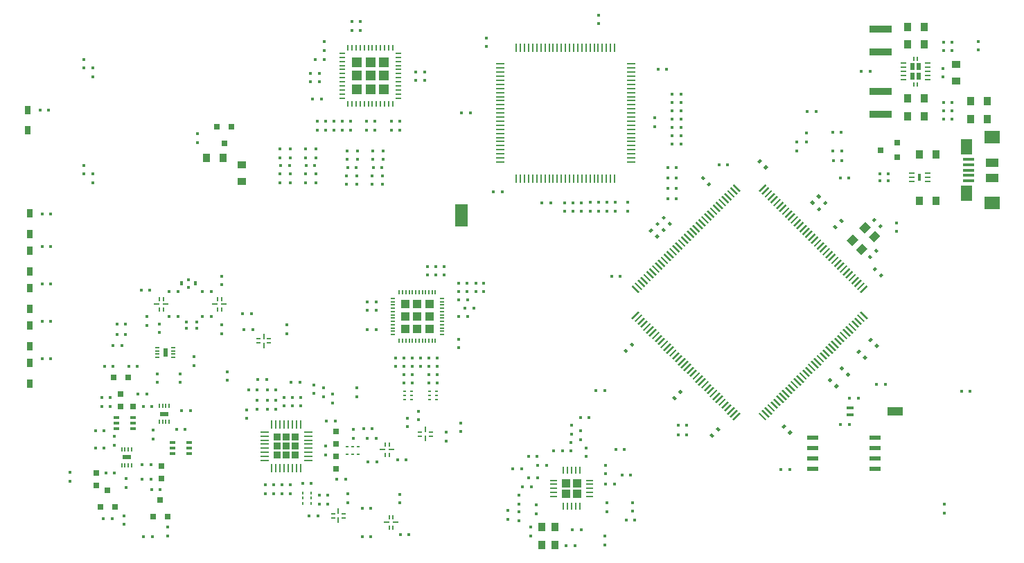
<source format=gbr>
G04 #@! TF.FileFunction,Paste,Top*
%FSLAX46Y46*%
G04 Gerber Fmt 4.6, Leading zero omitted, Abs format (unit mm)*
G04 Created by KiCad (PCBNEW (2015-03-02 BZR 5466)-product) date 2015 April 22, Wednesday 22:19:37*
%MOMM*%
G01*
G04 APERTURE LIST*
%ADD10C,0.150000*%
%ADD11R,0.182400X0.608000*%
%ADD12R,1.078000X0.588000*%
%ADD13O,0.212800X0.684000*%
%ADD14O,0.684000X0.212800*%
%ADD15R,1.254000X1.254000*%
%ADD16O,0.186200X0.661200*%
%ADD17O,0.661200X0.186200*%
%ADD18R,1.140000X1.140000*%
%ADD19R,0.694944X0.694944*%
%ADD20R,0.911148X1.063650*%
%ADD21R,0.223926X1.140866*%
%ADD22R,1.140866X0.223926*%
%ADD23R,1.447800X0.482600*%
%ADD24R,2.812592X0.911148*%
%ADD25R,0.380288X0.303072*%
%ADD26R,0.380288X0.532790*%
%ADD27R,0.455574X0.380288*%
%ADD28R,0.418896X0.189180*%
%ADD29R,0.656336X0.656336*%
%ADD30R,0.386080X0.424688*%
%ADD31R,0.424688X0.386080*%
%ADD32R,0.310794X0.250952*%
%ADD33R,0.250952X0.310794*%
%ADD34R,0.874472X1.094536*%
%ADD35R,1.094536X0.874472*%
%ADD36R,0.752856X0.347472*%
%ADD37R,0.220800X0.619200*%
%ADD38R,0.780480X0.288000*%
%ADD39R,0.619200X0.220800*%
%ADD40R,0.288000X0.780480*%
%ADD41R,0.760000X1.140000*%
%ADD42O,0.212800X1.026000*%
%ADD43R,0.836000X0.836000*%
%ADD44O,1.026000X0.212800*%
%ADD45O,0.243200X0.912000*%
%ADD46O,0.912000X0.243200*%
%ADD47R,1.003200X1.003200*%
%ADD48R,0.646000X0.212800*%
%ADD49R,0.627000X0.912000*%
%ADD50R,0.212800X0.532000*%
%ADD51R,0.836000X0.456000*%
%ADD52R,1.824000X1.140000*%
%ADD53R,1.558000X2.774000*%
%ADD54R,0.684000X0.228000*%
%ADD55R,0.380000X0.836000*%
%ADD56R,1.330000X0.304000*%
%ADD57R,1.596000X1.045000*%
%ADD58R,1.314000X1.926000*%
%ADD59R,1.890000X1.575000*%
%ADD60R,0.608000X0.182400*%
%ADD61R,0.588000X1.078000*%
G04 APERTURE END LIST*
D10*
G36*
X163538075Y-138070442D02*
X163696415Y-138228782D01*
X162889701Y-139035496D01*
X162731361Y-138877156D01*
X163538075Y-138070442D01*
X163538075Y-138070442D01*
G37*
G36*
X163184253Y-137716620D02*
X163342593Y-137874960D01*
X162535879Y-138681674D01*
X162377539Y-138523334D01*
X163184253Y-137716620D01*
X163184253Y-137716620D01*
G37*
G36*
X162830431Y-137362797D02*
X162988771Y-137521137D01*
X162182057Y-138327851D01*
X162023717Y-138169511D01*
X162830431Y-137362797D01*
X162830431Y-137362797D01*
G37*
G36*
X162476609Y-137008975D02*
X162634949Y-137167315D01*
X161828235Y-137974029D01*
X161669895Y-137815689D01*
X162476609Y-137008975D01*
X162476609Y-137008975D01*
G37*
G36*
X162122787Y-136655153D02*
X162281127Y-136813493D01*
X161474413Y-137620207D01*
X161316073Y-137461867D01*
X162122787Y-136655153D01*
X162122787Y-136655153D01*
G37*
G36*
X161770761Y-136303127D02*
X161929101Y-136461467D01*
X161122387Y-137268181D01*
X160964047Y-137109841D01*
X161770761Y-136303127D01*
X161770761Y-136303127D01*
G37*
G36*
X161416939Y-135949305D02*
X161575279Y-136107645D01*
X160768565Y-136914359D01*
X160610225Y-136756019D01*
X161416939Y-135949305D01*
X161416939Y-135949305D01*
G37*
G36*
X161063117Y-135595483D02*
X161221457Y-135753823D01*
X160414743Y-136560537D01*
X160256403Y-136402197D01*
X161063117Y-135595483D01*
X161063117Y-135595483D01*
G37*
G36*
X160709295Y-135241661D02*
X160867635Y-135400001D01*
X160060921Y-136206715D01*
X159902581Y-136048375D01*
X160709295Y-135241661D01*
X160709295Y-135241661D01*
G37*
G36*
X160355473Y-134887839D02*
X160513813Y-135046179D01*
X159707099Y-135852893D01*
X159548759Y-135694553D01*
X160355473Y-134887839D01*
X160355473Y-134887839D01*
G37*
G36*
X160001650Y-134534017D02*
X160159990Y-134692357D01*
X159353276Y-135499071D01*
X159194936Y-135340731D01*
X160001650Y-134534017D01*
X160001650Y-134534017D01*
G37*
G36*
X159649624Y-134181991D02*
X159807964Y-134340331D01*
X159001250Y-135147045D01*
X158842910Y-134988705D01*
X159649624Y-134181991D01*
X159649624Y-134181991D01*
G37*
G36*
X159295802Y-133828169D02*
X159454142Y-133986509D01*
X158647428Y-134793223D01*
X158489088Y-134634883D01*
X159295802Y-133828169D01*
X159295802Y-133828169D01*
G37*
G36*
X158941980Y-133474347D02*
X159100320Y-133632687D01*
X158293606Y-134439401D01*
X158135266Y-134281061D01*
X158941980Y-133474347D01*
X158941980Y-133474347D01*
G37*
G36*
X158588158Y-133120524D02*
X158746498Y-133278864D01*
X157939784Y-134085578D01*
X157781444Y-133927238D01*
X158588158Y-133120524D01*
X158588158Y-133120524D01*
G37*
G36*
X158234336Y-132766702D02*
X158392676Y-132925042D01*
X157585962Y-133731756D01*
X157427622Y-133573416D01*
X158234336Y-132766702D01*
X158234336Y-132766702D01*
G37*
G36*
X157880514Y-132412880D02*
X158038854Y-132571220D01*
X157232140Y-133377934D01*
X157073800Y-133219594D01*
X157880514Y-132412880D01*
X157880514Y-132412880D01*
G37*
G36*
X157526692Y-132059058D02*
X157685032Y-132217398D01*
X156878318Y-133024112D01*
X156719978Y-132865772D01*
X157526692Y-132059058D01*
X157526692Y-132059058D01*
G37*
G36*
X157174666Y-131707032D02*
X157333006Y-131865372D01*
X156526292Y-132672086D01*
X156367952Y-132513746D01*
X157174666Y-131707032D01*
X157174666Y-131707032D01*
G37*
G36*
X156820844Y-131353210D02*
X156979184Y-131511550D01*
X156172470Y-132318264D01*
X156014130Y-132159924D01*
X156820844Y-131353210D01*
X156820844Y-131353210D01*
G37*
G36*
X156467022Y-130999388D02*
X156625362Y-131157728D01*
X155818648Y-131964442D01*
X155660308Y-131806102D01*
X156467022Y-130999388D01*
X156467022Y-130999388D01*
G37*
G36*
X156113200Y-130645566D02*
X156271540Y-130803906D01*
X155464826Y-131610620D01*
X155306486Y-131452280D01*
X156113200Y-130645566D01*
X156113200Y-130645566D01*
G37*
G36*
X155759377Y-130291744D02*
X155917717Y-130450084D01*
X155111003Y-131256798D01*
X154952663Y-131098458D01*
X155759377Y-130291744D01*
X155759377Y-130291744D01*
G37*
G36*
X155405555Y-129937922D02*
X155563895Y-130096262D01*
X154757181Y-130902976D01*
X154598841Y-130744636D01*
X155405555Y-129937922D01*
X155405555Y-129937922D01*
G37*
G36*
X155051733Y-129584100D02*
X155210073Y-129742440D01*
X154403359Y-130549154D01*
X154245019Y-130390814D01*
X155051733Y-129584100D01*
X155051733Y-129584100D01*
G37*
G36*
X154699707Y-129232074D02*
X154858047Y-129390414D01*
X154051333Y-130197128D01*
X153892993Y-130038788D01*
X154699707Y-129232074D01*
X154699707Y-129232074D01*
G37*
G36*
X154345885Y-128878251D02*
X154504225Y-129036591D01*
X153697511Y-129843305D01*
X153539171Y-129684965D01*
X154345885Y-128878251D01*
X154345885Y-128878251D01*
G37*
G36*
X153992063Y-128524429D02*
X154150403Y-128682769D01*
X153343689Y-129489483D01*
X153185349Y-129331143D01*
X153992063Y-128524429D01*
X153992063Y-128524429D01*
G37*
G36*
X153638241Y-128170607D02*
X153796581Y-128328947D01*
X152989867Y-129135661D01*
X152831527Y-128977321D01*
X153638241Y-128170607D01*
X153638241Y-128170607D01*
G37*
G36*
X153284419Y-127816785D02*
X153442759Y-127975125D01*
X152636045Y-128781839D01*
X152477705Y-128623499D01*
X153284419Y-127816785D01*
X153284419Y-127816785D01*
G37*
G36*
X152930597Y-127462963D02*
X153088937Y-127621303D01*
X152282223Y-128428017D01*
X152123883Y-128269677D01*
X152930597Y-127462963D01*
X152930597Y-127462963D01*
G37*
G36*
X152578571Y-127110937D02*
X152736911Y-127269277D01*
X151930197Y-128075991D01*
X151771857Y-127917651D01*
X152578571Y-127110937D01*
X152578571Y-127110937D01*
G37*
G36*
X152224749Y-126757115D02*
X152383089Y-126915455D01*
X151576375Y-127722169D01*
X151418035Y-127563829D01*
X152224749Y-126757115D01*
X152224749Y-126757115D01*
G37*
G36*
X151870927Y-126403293D02*
X152029267Y-126561633D01*
X151222553Y-127368347D01*
X151064213Y-127210007D01*
X151870927Y-126403293D01*
X151870927Y-126403293D01*
G37*
G36*
X151517104Y-126049471D02*
X151675444Y-126207811D01*
X150868730Y-127014525D01*
X150710390Y-126856185D01*
X151517104Y-126049471D01*
X151517104Y-126049471D01*
G37*
G36*
X151163282Y-125695649D02*
X151321622Y-125853989D01*
X150514908Y-126660703D01*
X150356568Y-126502363D01*
X151163282Y-125695649D01*
X151163282Y-125695649D01*
G37*
G36*
X147173966Y-125853989D02*
X147332306Y-125695649D01*
X148139020Y-126502363D01*
X147980680Y-126660703D01*
X147173966Y-125853989D01*
X147173966Y-125853989D01*
G37*
G36*
X146820144Y-126207811D02*
X146978484Y-126049471D01*
X147785198Y-126856185D01*
X147626858Y-127014525D01*
X146820144Y-126207811D01*
X146820144Y-126207811D01*
G37*
G36*
X146466321Y-126561633D02*
X146624661Y-126403293D01*
X147431375Y-127210007D01*
X147273035Y-127368347D01*
X146466321Y-126561633D01*
X146466321Y-126561633D01*
G37*
G36*
X146112499Y-126915455D02*
X146270839Y-126757115D01*
X147077553Y-127563829D01*
X146919213Y-127722169D01*
X146112499Y-126915455D01*
X146112499Y-126915455D01*
G37*
G36*
X145758677Y-127269277D02*
X145917017Y-127110937D01*
X146723731Y-127917651D01*
X146565391Y-128075991D01*
X145758677Y-127269277D01*
X145758677Y-127269277D01*
G37*
G36*
X145406651Y-127621303D02*
X145564991Y-127462963D01*
X146371705Y-128269677D01*
X146213365Y-128428017D01*
X145406651Y-127621303D01*
X145406651Y-127621303D01*
G37*
G36*
X145052829Y-127975125D02*
X145211169Y-127816785D01*
X146017883Y-128623499D01*
X145859543Y-128781839D01*
X145052829Y-127975125D01*
X145052829Y-127975125D01*
G37*
G36*
X144699007Y-128328947D02*
X144857347Y-128170607D01*
X145664061Y-128977321D01*
X145505721Y-129135661D01*
X144699007Y-128328947D01*
X144699007Y-128328947D01*
G37*
G36*
X144345185Y-128682769D02*
X144503525Y-128524429D01*
X145310239Y-129331143D01*
X145151899Y-129489483D01*
X144345185Y-128682769D01*
X144345185Y-128682769D01*
G37*
G36*
X143991363Y-129036591D02*
X144149703Y-128878251D01*
X144956417Y-129684965D01*
X144798077Y-129843305D01*
X143991363Y-129036591D01*
X143991363Y-129036591D01*
G37*
G36*
X143637541Y-129390414D02*
X143795881Y-129232074D01*
X144602595Y-130038788D01*
X144444255Y-130197128D01*
X143637541Y-129390414D01*
X143637541Y-129390414D01*
G37*
G36*
X143285515Y-129742440D02*
X143443855Y-129584100D01*
X144250569Y-130390814D01*
X144092229Y-130549154D01*
X143285515Y-129742440D01*
X143285515Y-129742440D01*
G37*
G36*
X142931693Y-130096262D02*
X143090033Y-129937922D01*
X143896747Y-130744636D01*
X143738407Y-130902976D01*
X142931693Y-130096262D01*
X142931693Y-130096262D01*
G37*
G36*
X142577871Y-130450084D02*
X142736211Y-130291744D01*
X143542925Y-131098458D01*
X143384585Y-131256798D01*
X142577871Y-130450084D01*
X142577871Y-130450084D01*
G37*
G36*
X142224048Y-130803906D02*
X142382388Y-130645566D01*
X143189102Y-131452280D01*
X143030762Y-131610620D01*
X142224048Y-130803906D01*
X142224048Y-130803906D01*
G37*
G36*
X141870226Y-131157728D02*
X142028566Y-130999388D01*
X142835280Y-131806102D01*
X142676940Y-131964442D01*
X141870226Y-131157728D01*
X141870226Y-131157728D01*
G37*
G36*
X141516404Y-131511550D02*
X141674744Y-131353210D01*
X142481458Y-132159924D01*
X142323118Y-132318264D01*
X141516404Y-131511550D01*
X141516404Y-131511550D01*
G37*
G36*
X141162582Y-131865372D02*
X141320922Y-131707032D01*
X142127636Y-132513746D01*
X141969296Y-132672086D01*
X141162582Y-131865372D01*
X141162582Y-131865372D01*
G37*
G36*
X140810556Y-132217398D02*
X140968896Y-132059058D01*
X141775610Y-132865772D01*
X141617270Y-133024112D01*
X140810556Y-132217398D01*
X140810556Y-132217398D01*
G37*
G36*
X140456734Y-132571220D02*
X140615074Y-132412880D01*
X141421788Y-133219594D01*
X141263448Y-133377934D01*
X140456734Y-132571220D01*
X140456734Y-132571220D01*
G37*
G36*
X140102912Y-132925042D02*
X140261252Y-132766702D01*
X141067966Y-133573416D01*
X140909626Y-133731756D01*
X140102912Y-132925042D01*
X140102912Y-132925042D01*
G37*
G36*
X139749090Y-133278864D02*
X139907430Y-133120524D01*
X140714144Y-133927238D01*
X140555804Y-134085578D01*
X139749090Y-133278864D01*
X139749090Y-133278864D01*
G37*
G36*
X139395268Y-133632687D02*
X139553608Y-133474347D01*
X140360322Y-134281061D01*
X140201982Y-134439401D01*
X139395268Y-133632687D01*
X139395268Y-133632687D01*
G37*
G36*
X139041446Y-133986509D02*
X139199786Y-133828169D01*
X140006500Y-134634883D01*
X139848160Y-134793223D01*
X139041446Y-133986509D01*
X139041446Y-133986509D01*
G37*
G36*
X138687624Y-134340331D02*
X138845964Y-134181991D01*
X139652678Y-134988705D01*
X139494338Y-135147045D01*
X138687624Y-134340331D01*
X138687624Y-134340331D01*
G37*
G36*
X138335598Y-134692357D02*
X138493938Y-134534017D01*
X139300652Y-135340731D01*
X139142312Y-135499071D01*
X138335598Y-134692357D01*
X138335598Y-134692357D01*
G37*
G36*
X137981775Y-135046179D02*
X138140115Y-134887839D01*
X138946829Y-135694553D01*
X138788489Y-135852893D01*
X137981775Y-135046179D01*
X137981775Y-135046179D01*
G37*
G36*
X137627953Y-135400001D02*
X137786293Y-135241661D01*
X138593007Y-136048375D01*
X138434667Y-136206715D01*
X137627953Y-135400001D01*
X137627953Y-135400001D01*
G37*
G36*
X137274131Y-135753823D02*
X137432471Y-135595483D01*
X138239185Y-136402197D01*
X138080845Y-136560537D01*
X137274131Y-135753823D01*
X137274131Y-135753823D01*
G37*
G36*
X136920309Y-136107645D02*
X137078649Y-135949305D01*
X137885363Y-136756019D01*
X137727023Y-136914359D01*
X136920309Y-136107645D01*
X136920309Y-136107645D01*
G37*
G36*
X136566487Y-136461467D02*
X136724827Y-136303127D01*
X137531541Y-137109841D01*
X137373201Y-137268181D01*
X136566487Y-136461467D01*
X136566487Y-136461467D01*
G37*
G36*
X136214461Y-136813493D02*
X136372801Y-136655153D01*
X137179515Y-137461867D01*
X137021175Y-137620207D01*
X136214461Y-136813493D01*
X136214461Y-136813493D01*
G37*
G36*
X135860639Y-137167315D02*
X136018979Y-137008975D01*
X136825693Y-137815689D01*
X136667353Y-137974029D01*
X135860639Y-137167315D01*
X135860639Y-137167315D01*
G37*
G36*
X135506817Y-137521137D02*
X135665157Y-137362797D01*
X136471871Y-138169511D01*
X136313531Y-138327851D01*
X135506817Y-137521137D01*
X135506817Y-137521137D01*
G37*
G36*
X135152995Y-137874960D02*
X135311335Y-137716620D01*
X136118049Y-138523334D01*
X135959709Y-138681674D01*
X135152995Y-137874960D01*
X135152995Y-137874960D01*
G37*
G36*
X134799173Y-138228782D02*
X134957513Y-138070442D01*
X135764227Y-138877156D01*
X135605887Y-139035496D01*
X134799173Y-138228782D01*
X134799173Y-138228782D01*
G37*
G36*
X135605887Y-141253044D02*
X135764227Y-141411384D01*
X134957513Y-142218098D01*
X134799173Y-142059758D01*
X135605887Y-141253044D01*
X135605887Y-141253044D01*
G37*
G36*
X135959709Y-141606866D02*
X136118049Y-141765206D01*
X135311335Y-142571920D01*
X135152995Y-142413580D01*
X135959709Y-141606866D01*
X135959709Y-141606866D01*
G37*
G36*
X136313531Y-141960689D02*
X136471871Y-142119029D01*
X135665157Y-142925743D01*
X135506817Y-142767403D01*
X136313531Y-141960689D01*
X136313531Y-141960689D01*
G37*
G36*
X136667353Y-142314511D02*
X136825693Y-142472851D01*
X136018979Y-143279565D01*
X135860639Y-143121225D01*
X136667353Y-142314511D01*
X136667353Y-142314511D01*
G37*
G36*
X137021175Y-142668333D02*
X137179515Y-142826673D01*
X136372801Y-143633387D01*
X136214461Y-143475047D01*
X137021175Y-142668333D01*
X137021175Y-142668333D01*
G37*
G36*
X137373201Y-143020359D02*
X137531541Y-143178699D01*
X136724827Y-143985413D01*
X136566487Y-143827073D01*
X137373201Y-143020359D01*
X137373201Y-143020359D01*
G37*
G36*
X137727023Y-143374181D02*
X137885363Y-143532521D01*
X137078649Y-144339235D01*
X136920309Y-144180895D01*
X137727023Y-143374181D01*
X137727023Y-143374181D01*
G37*
G36*
X138080845Y-143728003D02*
X138239185Y-143886343D01*
X137432471Y-144693057D01*
X137274131Y-144534717D01*
X138080845Y-143728003D01*
X138080845Y-143728003D01*
G37*
G36*
X138434667Y-144081825D02*
X138593007Y-144240165D01*
X137786293Y-145046879D01*
X137627953Y-144888539D01*
X138434667Y-144081825D01*
X138434667Y-144081825D01*
G37*
G36*
X138788489Y-144435647D02*
X138946829Y-144593987D01*
X138140115Y-145400701D01*
X137981775Y-145242361D01*
X138788489Y-144435647D01*
X138788489Y-144435647D01*
G37*
G36*
X139142312Y-144789469D02*
X139300652Y-144947809D01*
X138493938Y-145754523D01*
X138335598Y-145596183D01*
X139142312Y-144789469D01*
X139142312Y-144789469D01*
G37*
G36*
X139494338Y-145141495D02*
X139652678Y-145299835D01*
X138845964Y-146106549D01*
X138687624Y-145948209D01*
X139494338Y-145141495D01*
X139494338Y-145141495D01*
G37*
G36*
X139848160Y-145495317D02*
X140006500Y-145653657D01*
X139199786Y-146460371D01*
X139041446Y-146302031D01*
X139848160Y-145495317D01*
X139848160Y-145495317D01*
G37*
G36*
X140201982Y-145849139D02*
X140360322Y-146007479D01*
X139553608Y-146814193D01*
X139395268Y-146655853D01*
X140201982Y-145849139D01*
X140201982Y-145849139D01*
G37*
G36*
X140555804Y-146202962D02*
X140714144Y-146361302D01*
X139907430Y-147168016D01*
X139749090Y-147009676D01*
X140555804Y-146202962D01*
X140555804Y-146202962D01*
G37*
G36*
X140909626Y-146556784D02*
X141067966Y-146715124D01*
X140261252Y-147521838D01*
X140102912Y-147363498D01*
X140909626Y-146556784D01*
X140909626Y-146556784D01*
G37*
G36*
X141263448Y-146910606D02*
X141421788Y-147068946D01*
X140615074Y-147875660D01*
X140456734Y-147717320D01*
X141263448Y-146910606D01*
X141263448Y-146910606D01*
G37*
G36*
X141617270Y-147264428D02*
X141775610Y-147422768D01*
X140968896Y-148229482D01*
X140810556Y-148071142D01*
X141617270Y-147264428D01*
X141617270Y-147264428D01*
G37*
G36*
X141969296Y-147616454D02*
X142127636Y-147774794D01*
X141320922Y-148581508D01*
X141162582Y-148423168D01*
X141969296Y-147616454D01*
X141969296Y-147616454D01*
G37*
G36*
X142323118Y-147970276D02*
X142481458Y-148128616D01*
X141674744Y-148935330D01*
X141516404Y-148776990D01*
X142323118Y-147970276D01*
X142323118Y-147970276D01*
G37*
G36*
X142676940Y-148324098D02*
X142835280Y-148482438D01*
X142028566Y-149289152D01*
X141870226Y-149130812D01*
X142676940Y-148324098D01*
X142676940Y-148324098D01*
G37*
G36*
X143030762Y-148677920D02*
X143189102Y-148836260D01*
X142382388Y-149642974D01*
X142224048Y-149484634D01*
X143030762Y-148677920D01*
X143030762Y-148677920D01*
G37*
G36*
X143384585Y-149031742D02*
X143542925Y-149190082D01*
X142736211Y-149996796D01*
X142577871Y-149838456D01*
X143384585Y-149031742D01*
X143384585Y-149031742D01*
G37*
G36*
X143738407Y-149385564D02*
X143896747Y-149543904D01*
X143090033Y-150350618D01*
X142931693Y-150192278D01*
X143738407Y-149385564D01*
X143738407Y-149385564D01*
G37*
G36*
X144092229Y-149739386D02*
X144250569Y-149897726D01*
X143443855Y-150704440D01*
X143285515Y-150546100D01*
X144092229Y-149739386D01*
X144092229Y-149739386D01*
G37*
G36*
X144444255Y-150091412D02*
X144602595Y-150249752D01*
X143795881Y-151056466D01*
X143637541Y-150898126D01*
X144444255Y-150091412D01*
X144444255Y-150091412D01*
G37*
G36*
X144798077Y-150445235D02*
X144956417Y-150603575D01*
X144149703Y-151410289D01*
X143991363Y-151251949D01*
X144798077Y-150445235D01*
X144798077Y-150445235D01*
G37*
G36*
X145151899Y-150799057D02*
X145310239Y-150957397D01*
X144503525Y-151764111D01*
X144345185Y-151605771D01*
X145151899Y-150799057D01*
X145151899Y-150799057D01*
G37*
G36*
X145505721Y-151152879D02*
X145664061Y-151311219D01*
X144857347Y-152117933D01*
X144699007Y-151959593D01*
X145505721Y-151152879D01*
X145505721Y-151152879D01*
G37*
G36*
X145859543Y-151506701D02*
X146017883Y-151665041D01*
X145211169Y-152471755D01*
X145052829Y-152313415D01*
X145859543Y-151506701D01*
X145859543Y-151506701D01*
G37*
G36*
X146213365Y-151860523D02*
X146371705Y-152018863D01*
X145564991Y-152825577D01*
X145406651Y-152667237D01*
X146213365Y-151860523D01*
X146213365Y-151860523D01*
G37*
G36*
X146565391Y-152212549D02*
X146723731Y-152370889D01*
X145917017Y-153177603D01*
X145758677Y-153019263D01*
X146565391Y-152212549D01*
X146565391Y-152212549D01*
G37*
G36*
X146919213Y-152566371D02*
X147077553Y-152724711D01*
X146270839Y-153531425D01*
X146112499Y-153373085D01*
X146919213Y-152566371D01*
X146919213Y-152566371D01*
G37*
G36*
X147273035Y-152920193D02*
X147431375Y-153078533D01*
X146624661Y-153885247D01*
X146466321Y-153726907D01*
X147273035Y-152920193D01*
X147273035Y-152920193D01*
G37*
G36*
X147626858Y-153274015D02*
X147785198Y-153432355D01*
X146978484Y-154239069D01*
X146820144Y-154080729D01*
X147626858Y-153274015D01*
X147626858Y-153274015D01*
G37*
G36*
X147980680Y-153627837D02*
X148139020Y-153786177D01*
X147332306Y-154592891D01*
X147173966Y-154434551D01*
X147980680Y-153627837D01*
X147980680Y-153627837D01*
G37*
G36*
X150356568Y-153786177D02*
X150514908Y-153627837D01*
X151321622Y-154434551D01*
X151163282Y-154592891D01*
X150356568Y-153786177D01*
X150356568Y-153786177D01*
G37*
G36*
X150710390Y-153432355D02*
X150868730Y-153274015D01*
X151675444Y-154080729D01*
X151517104Y-154239069D01*
X150710390Y-153432355D01*
X150710390Y-153432355D01*
G37*
G36*
X151064213Y-153078533D02*
X151222553Y-152920193D01*
X152029267Y-153726907D01*
X151870927Y-153885247D01*
X151064213Y-153078533D01*
X151064213Y-153078533D01*
G37*
G36*
X151418035Y-152724711D02*
X151576375Y-152566371D01*
X152383089Y-153373085D01*
X152224749Y-153531425D01*
X151418035Y-152724711D01*
X151418035Y-152724711D01*
G37*
G36*
X151771857Y-152370889D02*
X151930197Y-152212549D01*
X152736911Y-153019263D01*
X152578571Y-153177603D01*
X151771857Y-152370889D01*
X151771857Y-152370889D01*
G37*
G36*
X152123883Y-152018863D02*
X152282223Y-151860523D01*
X153088937Y-152667237D01*
X152930597Y-152825577D01*
X152123883Y-152018863D01*
X152123883Y-152018863D01*
G37*
G36*
X152477705Y-151665041D02*
X152636045Y-151506701D01*
X153442759Y-152313415D01*
X153284419Y-152471755D01*
X152477705Y-151665041D01*
X152477705Y-151665041D01*
G37*
G36*
X152831527Y-151311219D02*
X152989867Y-151152879D01*
X153796581Y-151959593D01*
X153638241Y-152117933D01*
X152831527Y-151311219D01*
X152831527Y-151311219D01*
G37*
G36*
X153185349Y-150957397D02*
X153343689Y-150799057D01*
X154150403Y-151605771D01*
X153992063Y-151764111D01*
X153185349Y-150957397D01*
X153185349Y-150957397D01*
G37*
G36*
X153539171Y-150603575D02*
X153697511Y-150445235D01*
X154504225Y-151251949D01*
X154345885Y-151410289D01*
X153539171Y-150603575D01*
X153539171Y-150603575D01*
G37*
G36*
X153892993Y-150249752D02*
X154051333Y-150091412D01*
X154858047Y-150898126D01*
X154699707Y-151056466D01*
X153892993Y-150249752D01*
X153892993Y-150249752D01*
G37*
G36*
X154245019Y-149897726D02*
X154403359Y-149739386D01*
X155210073Y-150546100D01*
X155051733Y-150704440D01*
X154245019Y-149897726D01*
X154245019Y-149897726D01*
G37*
G36*
X154598841Y-149543904D02*
X154757181Y-149385564D01*
X155563895Y-150192278D01*
X155405555Y-150350618D01*
X154598841Y-149543904D01*
X154598841Y-149543904D01*
G37*
G36*
X154952663Y-149190082D02*
X155111003Y-149031742D01*
X155917717Y-149838456D01*
X155759377Y-149996796D01*
X154952663Y-149190082D01*
X154952663Y-149190082D01*
G37*
G36*
X155306486Y-148836260D02*
X155464826Y-148677920D01*
X156271540Y-149484634D01*
X156113200Y-149642974D01*
X155306486Y-148836260D01*
X155306486Y-148836260D01*
G37*
G36*
X155660308Y-148482438D02*
X155818648Y-148324098D01*
X156625362Y-149130812D01*
X156467022Y-149289152D01*
X155660308Y-148482438D01*
X155660308Y-148482438D01*
G37*
G36*
X156014130Y-148128616D02*
X156172470Y-147970276D01*
X156979184Y-148776990D01*
X156820844Y-148935330D01*
X156014130Y-148128616D01*
X156014130Y-148128616D01*
G37*
G36*
X156367952Y-147774794D02*
X156526292Y-147616454D01*
X157333006Y-148423168D01*
X157174666Y-148581508D01*
X156367952Y-147774794D01*
X156367952Y-147774794D01*
G37*
G36*
X156719978Y-147422768D02*
X156878318Y-147264428D01*
X157685032Y-148071142D01*
X157526692Y-148229482D01*
X156719978Y-147422768D01*
X156719978Y-147422768D01*
G37*
G36*
X157073800Y-147068946D02*
X157232140Y-146910606D01*
X158038854Y-147717320D01*
X157880514Y-147875660D01*
X157073800Y-147068946D01*
X157073800Y-147068946D01*
G37*
G36*
X157427622Y-146715124D02*
X157585962Y-146556784D01*
X158392676Y-147363498D01*
X158234336Y-147521838D01*
X157427622Y-146715124D01*
X157427622Y-146715124D01*
G37*
G36*
X157781444Y-146361302D02*
X157939784Y-146202962D01*
X158746498Y-147009676D01*
X158588158Y-147168016D01*
X157781444Y-146361302D01*
X157781444Y-146361302D01*
G37*
G36*
X158135266Y-146007479D02*
X158293606Y-145849139D01*
X159100320Y-146655853D01*
X158941980Y-146814193D01*
X158135266Y-146007479D01*
X158135266Y-146007479D01*
G37*
G36*
X158489088Y-145653657D02*
X158647428Y-145495317D01*
X159454142Y-146302031D01*
X159295802Y-146460371D01*
X158489088Y-145653657D01*
X158489088Y-145653657D01*
G37*
G36*
X158842910Y-145299835D02*
X159001250Y-145141495D01*
X159807964Y-145948209D01*
X159649624Y-146106549D01*
X158842910Y-145299835D01*
X158842910Y-145299835D01*
G37*
G36*
X159194936Y-144947809D02*
X159353276Y-144789469D01*
X160159990Y-145596183D01*
X160001650Y-145754523D01*
X159194936Y-144947809D01*
X159194936Y-144947809D01*
G37*
G36*
X159548759Y-144593987D02*
X159707099Y-144435647D01*
X160513813Y-145242361D01*
X160355473Y-145400701D01*
X159548759Y-144593987D01*
X159548759Y-144593987D01*
G37*
G36*
X159902581Y-144240165D02*
X160060921Y-144081825D01*
X160867635Y-144888539D01*
X160709295Y-145046879D01*
X159902581Y-144240165D01*
X159902581Y-144240165D01*
G37*
G36*
X160256403Y-143886343D02*
X160414743Y-143728003D01*
X161221457Y-144534717D01*
X161063117Y-144693057D01*
X160256403Y-143886343D01*
X160256403Y-143886343D01*
G37*
G36*
X160610225Y-143532521D02*
X160768565Y-143374181D01*
X161575279Y-144180895D01*
X161416939Y-144339235D01*
X160610225Y-143532521D01*
X160610225Y-143532521D01*
G37*
G36*
X160964047Y-143178699D02*
X161122387Y-143020359D01*
X161929101Y-143827073D01*
X161770761Y-143985413D01*
X160964047Y-143178699D01*
X160964047Y-143178699D01*
G37*
G36*
X161316073Y-142826673D02*
X161474413Y-142668333D01*
X162281127Y-143475047D01*
X162122787Y-143633387D01*
X161316073Y-142826673D01*
X161316073Y-142826673D01*
G37*
G36*
X161669895Y-142472851D02*
X161828235Y-142314511D01*
X162634949Y-143121225D01*
X162476609Y-143279565D01*
X161669895Y-142472851D01*
X161669895Y-142472851D01*
G37*
G36*
X162023717Y-142119029D02*
X162182057Y-141960689D01*
X162988771Y-142767403D01*
X162830431Y-142925743D01*
X162023717Y-142119029D01*
X162023717Y-142119029D01*
G37*
G36*
X162377539Y-141765206D02*
X162535879Y-141606866D01*
X163342593Y-142413580D01*
X163184253Y-142571920D01*
X162377539Y-141765206D01*
X162377539Y-141765206D01*
G37*
G36*
X162731361Y-141411384D02*
X162889701Y-141253044D01*
X163696415Y-142059758D01*
X163538075Y-142218098D01*
X162731361Y-141411384D01*
X162731361Y-141411384D01*
G37*
D11*
X72512600Y-160067600D03*
X72912600Y-160067600D03*
X73312600Y-160067600D03*
X73712600Y-160067600D03*
X73712600Y-158167600D03*
X73312600Y-158167600D03*
X72912600Y-158167600D03*
X72512600Y-158167600D03*
D12*
X73112600Y-159117600D03*
D13*
X100145400Y-115911800D03*
X100645400Y-115911800D03*
X101145400Y-115911800D03*
X101645400Y-115911800D03*
X102145400Y-115911800D03*
X102645400Y-115911800D03*
X103145400Y-115911800D03*
X103645400Y-115911800D03*
X104145400Y-115911800D03*
X104645400Y-115911800D03*
X105145400Y-115911800D03*
X105645400Y-115911800D03*
D14*
X106345400Y-115211800D03*
X106345400Y-114711800D03*
X106345400Y-114211800D03*
X106345400Y-113711800D03*
X106345400Y-113211800D03*
X106345400Y-112711800D03*
X106345400Y-112211800D03*
X106345400Y-111711800D03*
X106345400Y-111211800D03*
X106345400Y-110711800D03*
X106345400Y-110211800D03*
X106345400Y-109711800D03*
D13*
X105645400Y-109011800D03*
X105145400Y-109011800D03*
X104645400Y-109011800D03*
X104145400Y-109011800D03*
X103645400Y-109011800D03*
X103145400Y-109011800D03*
X102645400Y-109011800D03*
X102145400Y-109011800D03*
X101645400Y-109011800D03*
X101145400Y-109011800D03*
X100645400Y-109011800D03*
X100145400Y-109011800D03*
D14*
X99445400Y-109711800D03*
X99445400Y-110211800D03*
X99445400Y-110711800D03*
X99445400Y-111211800D03*
X99445400Y-111711800D03*
X99445400Y-112211800D03*
X99445400Y-112711800D03*
X99445400Y-113211800D03*
X99445400Y-113711800D03*
X99445400Y-114211800D03*
X99445400Y-114711800D03*
X99445400Y-115211800D03*
D15*
X101245400Y-114111800D03*
X101245400Y-112461800D03*
X101245400Y-110811800D03*
X102895400Y-114111800D03*
X102895400Y-112461800D03*
X102895400Y-110811800D03*
X104545400Y-114111800D03*
X104545400Y-112461800D03*
X104545400Y-110811800D03*
D16*
X106448500Y-144897100D03*
X106848500Y-144897100D03*
X107248500Y-144897100D03*
X107648500Y-144897100D03*
X108048500Y-144897100D03*
X108448500Y-144897100D03*
X108848500Y-144897100D03*
X109248500Y-144897100D03*
X109648500Y-144897100D03*
X110048500Y-144897100D03*
X110448500Y-144897100D03*
X110848500Y-144897100D03*
D17*
X111648500Y-144097100D03*
X111648500Y-143697100D03*
X111648500Y-143297100D03*
X111648500Y-142897100D03*
X111648500Y-142497100D03*
X111648500Y-142097100D03*
X111648500Y-141697100D03*
X111648500Y-141297100D03*
X111648500Y-140897100D03*
X111648500Y-140497100D03*
X111648500Y-140097100D03*
X111648500Y-139697100D03*
D16*
X110848500Y-138897100D03*
X110448500Y-138897100D03*
X110048500Y-138897100D03*
X109648500Y-138897100D03*
X109248500Y-138897100D03*
X108848500Y-138897100D03*
X108448500Y-138897100D03*
X108048500Y-138897100D03*
X107648500Y-138897100D03*
X107248500Y-138897100D03*
X106848500Y-138897100D03*
X106448500Y-138897100D03*
D17*
X105648500Y-139697100D03*
X105648500Y-140097100D03*
X105648500Y-140497100D03*
X105648500Y-140897100D03*
X105648500Y-141297100D03*
X105648500Y-141697100D03*
X105648500Y-142097100D03*
X105648500Y-142497100D03*
X105648500Y-142897100D03*
X105648500Y-143297100D03*
X105648500Y-143697100D03*
X105648500Y-144097100D03*
D18*
X107148500Y-143397100D03*
X107148500Y-141897100D03*
X107148500Y-140397100D03*
X108648500Y-143397100D03*
X108648500Y-141897100D03*
X108648500Y-140397100D03*
X110148500Y-143397100D03*
X110148500Y-141897100D03*
X110148500Y-140397100D03*
D19*
X78105700Y-166406800D03*
X76327700Y-166406800D03*
X77216700Y-164374800D03*
X71487000Y-149364000D03*
X73265000Y-149364000D03*
X72376000Y-151396000D03*
D10*
G36*
X162883379Y-134391051D02*
X162239100Y-133746772D01*
X162991215Y-132994657D01*
X163635494Y-133638936D01*
X162883379Y-134391051D01*
X162883379Y-134391051D01*
G37*
G36*
X163307247Y-131704159D02*
X162662968Y-131059880D01*
X163415083Y-130307765D01*
X164059362Y-130952044D01*
X163307247Y-131704159D01*
X163307247Y-131704159D01*
G37*
G36*
X164438759Y-132835671D02*
X163794480Y-132191392D01*
X164546595Y-131439277D01*
X165190874Y-132083556D01*
X164438759Y-132835671D01*
X164438759Y-132835671D01*
G37*
G36*
X161751867Y-133259539D02*
X161107588Y-132615260D01*
X161859703Y-131863145D01*
X162503982Y-132507424D01*
X161751867Y-133259539D01*
X161751867Y-133259539D01*
G37*
D20*
X125475300Y-169867820D03*
X123875100Y-167668180D03*
X125475300Y-167668180D03*
X123875100Y-169867820D03*
D21*
X132745480Y-109016800D03*
X132245100Y-109016800D03*
X131747260Y-109016800D03*
X131246880Y-109016800D03*
X130746500Y-109016800D03*
X130246120Y-109016800D03*
X129745740Y-109016800D03*
X129245360Y-109016800D03*
X128744980Y-109016800D03*
X128247140Y-109016800D03*
X127746760Y-109016800D03*
X127246380Y-109016800D03*
X126746000Y-109016800D03*
X126245620Y-109016800D03*
X125745240Y-109016800D03*
X125244860Y-109016800D03*
X124747020Y-109016800D03*
X124246640Y-109016800D03*
X123746260Y-109016800D03*
X123245880Y-109016800D03*
X122745500Y-109016800D03*
X122245120Y-109016800D03*
X121744740Y-109016800D03*
X121246900Y-109016800D03*
X120746520Y-109016800D03*
D22*
X118745000Y-111018320D03*
X118745000Y-111518700D03*
X118745000Y-112016540D03*
X118745000Y-112516920D03*
X118745000Y-113017300D03*
X118745000Y-113517680D03*
X118745000Y-114018060D03*
X118745000Y-114518440D03*
X118745000Y-115018820D03*
X118745000Y-115516660D03*
X118745000Y-116017040D03*
X118745000Y-116517420D03*
X118745000Y-117017800D03*
X118745000Y-117518180D03*
X118745000Y-118018560D03*
X118745000Y-118518940D03*
X118745000Y-119016780D03*
X118745000Y-119517160D03*
X118745000Y-120017540D03*
X118745000Y-120517920D03*
X118745000Y-121018300D03*
X118745000Y-121518680D03*
X118745000Y-122019060D03*
X118745000Y-122516900D03*
X118745000Y-123017280D03*
D21*
X120746520Y-125018800D03*
X121246900Y-125018800D03*
X121744740Y-125018800D03*
X122245120Y-125018800D03*
X122745500Y-125018800D03*
X123245880Y-125018800D03*
X123746260Y-125018800D03*
X124246640Y-125018800D03*
X124747020Y-125018800D03*
X125244860Y-125018800D03*
X125745240Y-125018800D03*
X126245620Y-125018800D03*
X126746000Y-125018800D03*
X127246380Y-125018800D03*
X127746760Y-125018800D03*
X128247140Y-125018800D03*
X128744980Y-125018800D03*
X129245360Y-125018800D03*
X129745740Y-125018800D03*
X130246120Y-125018800D03*
X130746500Y-125018800D03*
X131246880Y-125018800D03*
X131747260Y-125018800D03*
X132245100Y-125018800D03*
X132745480Y-125018800D03*
D22*
X134747000Y-123017280D03*
X134747000Y-122516900D03*
X134747000Y-122019060D03*
X134747000Y-121518680D03*
X134747000Y-121018300D03*
X134747000Y-120517920D03*
X134747000Y-120017540D03*
X134747000Y-119517160D03*
X134747000Y-119016780D03*
X134747000Y-118518940D03*
X134747000Y-118018560D03*
X134747000Y-117518180D03*
X134747000Y-117017800D03*
X134747000Y-116517420D03*
X134747000Y-116017040D03*
X134747000Y-115516660D03*
X134747000Y-115018820D03*
X134747000Y-114518440D03*
X134747000Y-114018060D03*
X134747000Y-113517680D03*
X134747000Y-113017300D03*
X134747000Y-112516920D03*
X134747000Y-112016540D03*
X134747000Y-111518700D03*
X134747000Y-111018320D03*
D23*
X164566600Y-160553400D03*
X164566600Y-159283400D03*
X164566600Y-158013400D03*
X164566600Y-156743400D03*
X156946600Y-156743400D03*
X156946600Y-158013400D03*
X156946600Y-159283400D03*
X156946600Y-160553400D03*
D24*
X165212000Y-106741660D03*
X165212000Y-109540740D03*
X165212000Y-114361660D03*
X165212000Y-117160740D03*
D25*
X80405960Y-143304720D03*
X81655640Y-143304720D03*
X81655640Y-142603680D03*
X80405960Y-142603680D03*
D26*
X81500700Y-137874200D03*
X79798900Y-137874200D03*
D27*
X80649800Y-138323780D03*
X80649800Y-137424620D03*
D28*
X107929680Y-152049480D03*
X107929680Y-151549100D03*
X107929680Y-151048720D03*
X107081320Y-151048720D03*
X107081320Y-151549100D03*
X107081320Y-152049480D03*
X110977680Y-152049480D03*
X110977680Y-151549100D03*
X110977680Y-151048720D03*
X110129320Y-151048720D03*
X110129320Y-151549100D03*
X110129320Y-152049480D03*
D29*
X98691000Y-155985600D03*
X98691000Y-157509600D03*
X73900000Y-152920000D03*
X72376000Y-152920000D03*
X98691000Y-160557600D03*
X98691000Y-159033600D03*
X77329000Y-160159000D03*
X77329000Y-161683000D03*
D30*
X140289400Y-126232000D03*
X139222600Y-126232000D03*
X172933600Y-115761200D03*
X174000400Y-115761200D03*
X172933600Y-116777200D03*
X174000400Y-116777200D03*
X164749600Y-150235000D03*
X165816400Y-150235000D03*
D31*
X67874000Y-111525400D03*
X67874000Y-110458600D03*
D30*
X159390200Y-119348600D03*
X160457000Y-119348600D03*
D31*
X177150000Y-108242800D03*
X177150000Y-109309600D03*
D30*
X163967400Y-111951200D03*
X162900600Y-111951200D03*
D31*
X97167000Y-150626200D03*
X97167000Y-151693000D03*
D30*
X172933600Y-109411200D03*
X174000400Y-109411200D03*
D31*
X96215200Y-122469400D03*
X96215200Y-121402600D03*
D30*
X102514400Y-156794200D03*
X103581200Y-156794200D03*
D31*
X98310000Y-151388200D03*
X98310000Y-152455000D03*
X100113400Y-163605600D03*
X100113400Y-164672400D03*
D30*
X101904800Y-168808400D03*
X102971600Y-168808400D03*
D31*
X89064400Y-153217000D03*
X89064400Y-152150200D03*
D30*
X89166000Y-149635600D03*
X90232800Y-149635600D03*
D31*
X91350400Y-152150200D03*
X91350400Y-153217000D03*
X94373000Y-152861400D03*
X94373000Y-151794600D03*
D10*
G36*
X138449521Y-131321821D02*
X138749821Y-131021521D01*
X139022821Y-131294521D01*
X138722521Y-131594821D01*
X138449521Y-131321821D01*
X138449521Y-131321821D01*
G37*
G36*
X137695179Y-130567479D02*
X137995479Y-130267179D01*
X138268479Y-130540179D01*
X137968179Y-130840479D01*
X137695179Y-130567479D01*
X137695179Y-130567479D01*
G37*
G36*
X139211521Y-130559821D02*
X139511821Y-130259521D01*
X139784821Y-130532521D01*
X139484521Y-130832821D01*
X139211521Y-130559821D01*
X139211521Y-130559821D01*
G37*
G36*
X138457179Y-129805479D02*
X138757479Y-129505179D01*
X139030479Y-129778179D01*
X138730179Y-130078479D01*
X138457179Y-129805479D01*
X138457179Y-129805479D01*
G37*
D31*
X91821000Y-122469400D03*
X91821000Y-121402600D03*
X93091000Y-122469400D03*
X93091000Y-121402600D03*
X94945200Y-122469400D03*
X94945200Y-121402600D03*
D30*
X145496400Y-123387200D03*
X146563200Y-123387200D03*
D31*
X167162600Y-130448400D03*
X167162600Y-131515200D03*
D30*
X73366600Y-147967000D03*
X74433400Y-147967000D03*
D31*
X96215200Y-125517400D03*
X96215200Y-124450600D03*
X94945200Y-125517400D03*
X94945200Y-124450600D03*
X93091000Y-125517400D03*
X93091000Y-124450600D03*
X91821000Y-125517400D03*
X91821000Y-124450600D03*
X100012500Y-125758700D03*
X100012500Y-124691900D03*
X101282500Y-125758700D03*
X101282500Y-124691900D03*
X103136700Y-125758700D03*
X103136700Y-124691900D03*
X104406700Y-125758700D03*
X104406700Y-124691900D03*
D30*
X75159300Y-168819800D03*
X76226100Y-168819800D03*
X115785900Y-138849100D03*
X114719100Y-138849100D03*
X115785900Y-137833100D03*
X114719100Y-137833100D03*
X134701400Y-161309400D03*
X133634600Y-161309400D03*
X133964800Y-158185200D03*
X132898000Y-158185200D03*
X83469200Y-138890200D03*
X82402400Y-138890200D03*
D31*
X77093800Y-142801800D03*
X77093800Y-143868600D03*
D30*
X88341200Y-141528800D03*
X87274400Y-141528800D03*
X101904800Y-165379400D03*
X102971600Y-165379400D03*
X96506600Y-166272600D03*
X95439800Y-166272600D03*
D31*
X101269800Y-150647400D03*
X101269800Y-151714200D03*
X92679800Y-144015000D03*
X92679800Y-142948200D03*
D30*
X97725800Y-163732600D03*
X96659000Y-163732600D03*
X78338400Y-138890200D03*
X79405200Y-138890200D03*
X79405200Y-141938200D03*
X78338400Y-141938200D03*
X97725800Y-164875600D03*
X96659000Y-164875600D03*
X74884000Y-138712400D03*
X75950800Y-138712400D03*
D31*
X84713800Y-136959800D03*
X84713800Y-138026600D03*
X75595200Y-141912800D03*
X75595200Y-142979600D03*
X131787200Y-164678600D03*
X131787200Y-165745400D03*
D30*
X127570800Y-168006000D03*
X128637600Y-168006000D03*
D31*
X126675000Y-127984600D03*
X126675000Y-129051400D03*
X127691000Y-127984600D03*
X127691000Y-129051400D03*
D30*
X88514200Y-143481600D03*
X87447400Y-143481600D03*
D31*
X90080400Y-163580200D03*
X90080400Y-162513400D03*
X93128400Y-163580200D03*
X93128400Y-162513400D03*
X92112400Y-163580200D03*
X92112400Y-162513400D03*
X92341000Y-151794600D03*
X92341000Y-152861400D03*
X93357000Y-151794600D03*
X93357000Y-152861400D03*
D30*
X106550600Y-168576200D03*
X107617400Y-168576200D03*
D31*
X113919000Y-155981400D03*
X113919000Y-154914600D03*
X85400000Y-148634800D03*
X85400000Y-149701600D03*
X128707000Y-127984600D03*
X128707000Y-129051400D03*
X84713800Y-142928800D03*
X84713800Y-143995600D03*
X87794400Y-154360000D03*
X87794400Y-153293200D03*
D30*
X88023000Y-150905600D03*
X89089800Y-150905600D03*
D31*
X90334400Y-152150200D03*
X90334400Y-153217000D03*
D30*
X91375800Y-150905600D03*
X90309000Y-150905600D03*
D31*
X106499800Y-163623200D03*
X106499800Y-164690000D03*
D30*
X83469200Y-141938200D03*
X82402400Y-141938200D03*
X139222600Y-123692000D03*
X140289400Y-123692000D03*
X63581400Y-116707000D03*
X62514600Y-116707000D03*
X63835400Y-147060000D03*
X62768600Y-147060000D03*
X63835400Y-142488000D03*
X62768600Y-142488000D03*
X63835400Y-137916000D03*
X62768600Y-137916000D03*
D10*
G36*
X158511108Y-128307574D02*
X158210808Y-128007274D01*
X158483808Y-127734274D01*
X158784108Y-128034574D01*
X158511108Y-128307574D01*
X158511108Y-128307574D01*
G37*
G36*
X157756766Y-129061916D02*
X157456466Y-128761616D01*
X157729466Y-128488616D01*
X158029766Y-128788916D01*
X157756766Y-129061916D01*
X157756766Y-129061916D01*
G37*
D30*
X139222600Y-124962000D03*
X140289400Y-124962000D03*
X63835400Y-129407000D03*
X62768600Y-129407000D03*
X156316800Y-116808600D03*
X157383600Y-116808600D03*
D31*
X155046800Y-120593200D03*
X155046800Y-121660000D03*
X156189800Y-120567800D03*
X156189800Y-119501000D03*
D30*
X140492600Y-156381800D03*
X141559400Y-156381800D03*
X139801600Y-119811800D03*
X140868400Y-119811800D03*
D31*
X129768600Y-127965200D03*
X129768600Y-129032000D03*
D30*
X140492600Y-155188000D03*
X141559400Y-155188000D03*
D31*
X130784600Y-127965200D03*
X130784600Y-129032000D03*
X131800600Y-127965200D03*
X131800600Y-129032000D03*
X132816600Y-127965200D03*
X132816600Y-129032000D03*
X134345800Y-127933800D03*
X134345800Y-129000600D03*
D30*
X139801600Y-120827800D03*
X140868400Y-120827800D03*
X172933600Y-108395200D03*
X174000400Y-108395200D03*
X139801600Y-118795800D03*
X140868400Y-118795800D03*
X139801600Y-117779800D03*
X140868400Y-117779800D03*
X139801600Y-116763800D03*
X140868400Y-116763800D03*
X139801600Y-115747800D03*
X140868400Y-115747800D03*
X139801600Y-114731800D03*
X140868400Y-114731800D03*
X121493400Y-162706400D03*
X122560200Y-162706400D03*
X104305100Y-123701300D03*
X103238300Y-123701300D03*
D31*
X110045500Y-149034500D03*
X110045500Y-147967700D03*
X111950500Y-135775700D03*
X111950500Y-136842500D03*
X104470200Y-121631200D03*
X104470200Y-122698000D03*
X103200200Y-121631200D03*
X103200200Y-122698000D03*
X101346000Y-121631200D03*
X101346000Y-122698000D03*
X100076000Y-121631200D03*
X100076000Y-122698000D03*
X111061500Y-149034500D03*
X111061500Y-147967700D03*
X113728500Y-138874500D03*
X113728500Y-137807700D03*
X123151200Y-165999400D03*
X123151200Y-164932600D03*
X116776500Y-138874500D03*
X116776500Y-137807700D03*
D30*
X122280800Y-161614200D03*
X123347600Y-161614200D03*
X120325000Y-160547400D03*
X121391800Y-160547400D03*
D31*
X129247200Y-157947600D03*
X129247200Y-159014400D03*
X131628000Y-160090200D03*
X131628000Y-161157000D03*
X108013500Y-149034500D03*
X108013500Y-147967700D03*
D30*
X125303400Y-158312200D03*
X126370200Y-158312200D03*
X109524800Y-113058700D03*
X108458000Y-113058700D03*
X109524800Y-112042700D03*
X108458000Y-112042700D03*
X172933600Y-117793200D03*
X174000400Y-117793200D03*
D10*
G36*
X150755759Y-122888528D02*
X150455459Y-123188828D01*
X150182459Y-122915828D01*
X150482759Y-122615528D01*
X150755759Y-122888528D01*
X150755759Y-122888528D01*
G37*
G36*
X151510101Y-123642870D02*
X151209801Y-123943170D01*
X150936801Y-123670170D01*
X151237101Y-123369870D01*
X151510101Y-123642870D01*
X151510101Y-123642870D01*
G37*
G36*
X143840961Y-124953987D02*
X143540661Y-125254287D01*
X143267661Y-124981287D01*
X143567961Y-124680987D01*
X143840961Y-124953987D01*
X143840961Y-124953987D01*
G37*
G36*
X144595303Y-125708329D02*
X144295003Y-126008629D01*
X144022003Y-125735629D01*
X144322303Y-125435329D01*
X144595303Y-125708329D01*
X144595303Y-125708329D01*
G37*
G36*
X137464980Y-131329969D02*
X137164680Y-131630269D01*
X136891680Y-131357269D01*
X137191980Y-131056969D01*
X137464980Y-131329969D01*
X137464980Y-131329969D01*
G37*
G36*
X138219322Y-132084311D02*
X137919022Y-132384611D01*
X137646022Y-132111611D01*
X137946322Y-131811311D01*
X138219322Y-132084311D01*
X138219322Y-132084311D01*
G37*
D30*
X132364600Y-137001600D03*
X133431400Y-137001600D03*
D10*
G36*
X134107379Y-145804321D02*
X134407679Y-146104621D01*
X134134679Y-146377621D01*
X133834379Y-146077321D01*
X134107379Y-145804321D01*
X134107379Y-145804321D01*
G37*
G36*
X134861721Y-145049979D02*
X135162021Y-145350279D01*
X134889021Y-145623279D01*
X134588721Y-145322979D01*
X134861721Y-145049979D01*
X134861721Y-145049979D01*
G37*
G36*
X140038362Y-151567874D02*
X140338662Y-151868174D01*
X140065662Y-152141174D01*
X139765362Y-151840874D01*
X140038362Y-151567874D01*
X140038362Y-151567874D01*
G37*
G36*
X140792704Y-150813532D02*
X141093004Y-151113832D01*
X140820004Y-151386832D01*
X140519704Y-151086532D01*
X140792704Y-150813532D01*
X140792704Y-150813532D01*
G37*
G36*
X144618292Y-156147805D02*
X144918592Y-156448105D01*
X144645592Y-156721105D01*
X144345292Y-156420805D01*
X144618292Y-156147805D01*
X144618292Y-156147805D01*
G37*
G36*
X145372634Y-155393463D02*
X145672934Y-155693763D01*
X145399934Y-155966763D01*
X145099634Y-155666463D01*
X145372634Y-155393463D01*
X145372634Y-155393463D01*
G37*
G36*
X153900285Y-156088895D02*
X154200585Y-155788595D01*
X154473585Y-156061595D01*
X154173285Y-156361895D01*
X153900285Y-156088895D01*
X153900285Y-156088895D01*
G37*
G36*
X153145943Y-155334553D02*
X153446243Y-155034253D01*
X153719243Y-155307253D01*
X153418943Y-155607553D01*
X153145943Y-155334553D01*
X153145943Y-155334553D01*
G37*
G36*
X159557846Y-150431333D02*
X159858146Y-150131033D01*
X160131146Y-150404033D01*
X159830846Y-150704333D01*
X159557846Y-150431333D01*
X159557846Y-150431333D01*
G37*
G36*
X158803504Y-149676991D02*
X159103804Y-149376691D01*
X159376804Y-149649691D01*
X159076504Y-149949991D01*
X158803504Y-149676991D01*
X158803504Y-149676991D01*
G37*
G36*
X160994687Y-148994492D02*
X161294987Y-148694192D01*
X161567987Y-148967192D01*
X161267687Y-149267492D01*
X160994687Y-148994492D01*
X160994687Y-148994492D01*
G37*
G36*
X160240345Y-148240150D02*
X160540645Y-147939850D01*
X160813645Y-148212850D01*
X160513345Y-148513150D01*
X160240345Y-148240150D01*
X160240345Y-148240150D01*
G37*
G36*
X163060146Y-146929033D02*
X163360446Y-146628733D01*
X163633446Y-146901733D01*
X163333146Y-147202033D01*
X163060146Y-146929033D01*
X163060146Y-146929033D01*
G37*
G36*
X162305804Y-146174691D02*
X162606104Y-145874391D01*
X162879104Y-146147391D01*
X162578804Y-146447691D01*
X162305804Y-146174691D01*
X162305804Y-146174691D01*
G37*
D31*
X113728500Y-145732500D03*
X113728500Y-144665700D03*
X100482400Y-119091200D03*
X100482400Y-118024400D03*
X99466400Y-119091200D03*
X99466400Y-118024400D03*
X103403400Y-119091200D03*
X103403400Y-118024400D03*
X102387400Y-119091200D03*
X102387400Y-118024400D03*
X105435400Y-119091200D03*
X105435400Y-118024400D03*
X106451400Y-119091200D03*
X106451400Y-118024400D03*
X101625400Y-105832400D03*
X101625400Y-106899200D03*
X100609400Y-105832400D03*
X100609400Y-106899200D03*
D30*
X96202500Y-110493300D03*
X97269300Y-110493300D03*
D31*
X97243900Y-108308900D03*
X97243900Y-109375700D03*
D30*
X95567500Y-113160300D03*
X96634300Y-113160300D03*
X95567500Y-112144300D03*
X96634300Y-112144300D03*
X95821500Y-115319300D03*
X96888300Y-115319300D03*
D31*
X105981500Y-148018500D03*
X105981500Y-146951700D03*
X109029500Y-148018500D03*
X109029500Y-146951700D03*
D10*
G36*
X164496987Y-145492192D02*
X164797287Y-145191892D01*
X165070287Y-145464892D01*
X164769987Y-145765192D01*
X164496987Y-145492192D01*
X164496987Y-145492192D01*
G37*
G36*
X163742645Y-144737850D02*
X164042945Y-144437550D01*
X164315945Y-144710550D01*
X164015645Y-145010850D01*
X163742645Y-144737850D01*
X163742645Y-144737850D01*
G37*
D30*
X114769900Y-141897100D03*
X113703100Y-141897100D03*
X115531900Y-140881100D03*
X114465100Y-140881100D03*
X114769900Y-139865100D03*
X113703100Y-139865100D03*
D31*
X109918500Y-135775700D03*
X109918500Y-136842500D03*
X110934500Y-135775700D03*
X110934500Y-136842500D03*
D30*
X102527100Y-140119100D03*
X103593900Y-140119100D03*
X102527100Y-141135100D03*
X103593900Y-141135100D03*
X102527100Y-143548100D03*
X103593900Y-143548100D03*
X92989400Y-123460000D03*
X91922600Y-123460000D03*
X96113600Y-123460000D03*
X95046800Y-123460000D03*
D31*
X96418400Y-119091200D03*
X96418400Y-118024400D03*
X97434400Y-119091200D03*
X97434400Y-118024400D03*
X106997500Y-149034500D03*
X106997500Y-147967700D03*
X98450400Y-119091200D03*
X98450400Y-118024400D03*
D30*
X101180900Y-123701300D03*
X100114100Y-123701300D03*
X70064600Y-152920000D03*
X71131400Y-152920000D03*
D31*
X121080200Y-164829800D03*
X121080200Y-163763000D03*
D30*
X70369400Y-155841000D03*
X69302600Y-155841000D03*
X70369400Y-158000000D03*
X69302600Y-158000000D03*
X70566600Y-161000000D03*
X71633400Y-161000000D03*
D31*
X73087200Y-162775200D03*
X73087200Y-161708400D03*
D30*
X76084400Y-160032000D03*
X75017600Y-160032000D03*
D31*
X76363800Y-155790200D03*
X76363800Y-156857000D03*
D30*
X75576400Y-151396000D03*
X74509600Y-151396000D03*
X80275400Y-155714000D03*
X79208600Y-155714000D03*
D31*
X71614000Y-156577600D03*
X71614000Y-157644400D03*
X76835000Y-148894800D03*
X76835000Y-149961600D03*
X107391200Y-154330400D03*
X107391200Y-155397200D03*
D30*
X80910400Y-153428000D03*
X79843600Y-153428000D03*
X102590600Y-159664400D03*
X103657400Y-159664400D03*
X70414000Y-147999800D03*
X71480800Y-147999800D03*
X106208000Y-159434000D03*
X107274800Y-159434000D03*
X76211400Y-152920000D03*
X75144600Y-152920000D03*
D31*
X100850000Y-156773000D03*
X100850000Y-155706200D03*
X108737400Y-153466800D03*
X108737400Y-154533600D03*
X112166400Y-156032200D03*
X112166400Y-157099000D03*
X121080200Y-166861800D03*
X121080200Y-165795000D03*
D30*
X103124000Y-155651200D03*
X102057200Y-155651200D03*
D31*
X79679800Y-148894800D03*
X79679800Y-149961600D03*
D30*
X71475600Y-145415000D03*
X72542400Y-145415000D03*
X97522600Y-154715600D03*
X98589400Y-154715600D03*
X99859400Y-161827600D03*
X98792600Y-161827600D03*
X72979000Y-144071800D03*
X71912200Y-144071800D03*
D31*
X81305400Y-146812000D03*
X81305400Y-147878800D03*
D30*
X72979000Y-142827200D03*
X71912200Y-142827200D03*
X93204600Y-149915000D03*
X94271400Y-149915000D03*
D10*
G36*
X164946000Y-130854375D02*
X165246300Y-130554075D01*
X165519300Y-130827075D01*
X165219000Y-131127375D01*
X164946000Y-130854375D01*
X164946000Y-130854375D01*
G37*
G36*
X164191658Y-130100033D02*
X164491958Y-129799733D01*
X164764958Y-130072733D01*
X164464658Y-130373033D01*
X164191658Y-130100033D01*
X164191658Y-130100033D01*
G37*
G36*
X165035803Y-136871146D02*
X165336103Y-136570846D01*
X165609103Y-136843846D01*
X165308803Y-137144146D01*
X165035803Y-136871146D01*
X165035803Y-136871146D01*
G37*
G36*
X164281461Y-136116804D02*
X164581761Y-135816504D01*
X164854761Y-136089504D01*
X164554461Y-136389804D01*
X164281461Y-136116804D01*
X164281461Y-136116804D01*
G37*
G36*
X157702885Y-127499351D02*
X157402585Y-127199051D01*
X157675585Y-126926051D01*
X157975885Y-127226351D01*
X157702885Y-127499351D01*
X157702885Y-127499351D01*
G37*
G36*
X156948543Y-128253693D02*
X156648243Y-127953393D01*
X156921243Y-127680393D01*
X157221543Y-127980693D01*
X156948543Y-128253693D01*
X156948543Y-128253693D01*
G37*
G36*
X160486764Y-130462835D02*
X160186464Y-130162535D01*
X160459464Y-129889535D01*
X160759764Y-130189835D01*
X160486764Y-130462835D01*
X160486764Y-130462835D01*
G37*
G36*
X159732422Y-131217177D02*
X159432122Y-130916877D01*
X159705122Y-130643877D01*
X160005422Y-130944177D01*
X159732422Y-131217177D01*
X159732422Y-131217177D01*
G37*
D30*
X153085800Y-160578800D03*
X154152600Y-160578800D03*
D31*
X172832000Y-112611600D03*
X172832000Y-111544800D03*
X137668000Y-118694200D03*
X137668000Y-117627400D03*
D30*
X139121000Y-111703200D03*
X138054200Y-111703200D03*
D31*
X130810000Y-105054400D03*
X130810000Y-106121200D03*
X117094000Y-107848400D03*
X117094000Y-108915200D03*
D30*
X124947800Y-128010000D03*
X123881000Y-128010000D03*
X114020600Y-117017800D03*
X115087400Y-117017800D03*
X117962800Y-126689200D03*
X119029600Y-126689200D03*
X122230000Y-158998000D03*
X123296800Y-158998000D03*
D10*
G36*
X164707485Y-134144740D02*
X164407185Y-133844440D01*
X164680185Y-133571440D01*
X164980485Y-133871740D01*
X164707485Y-134144740D01*
X164707485Y-134144740D01*
G37*
G36*
X163953143Y-134899082D02*
X163652843Y-134598782D01*
X163925843Y-134325782D01*
X164226143Y-134626082D01*
X163953143Y-134899082D01*
X163953143Y-134899082D01*
G37*
D31*
X96024000Y-150245200D03*
X96024000Y-151312000D03*
D30*
X75017600Y-161810000D03*
X76084400Y-161810000D03*
D31*
X78105700Y-168718200D03*
X78105700Y-167651400D03*
D30*
X77227400Y-163080000D03*
X76160600Y-163080000D03*
X71131400Y-151777000D03*
X70064600Y-151777000D03*
D31*
X66200000Y-160966600D03*
X66200000Y-162033400D03*
X91096400Y-163580200D03*
X91096400Y-162513400D03*
D30*
X95693800Y-162335600D03*
X94627000Y-162335600D03*
D31*
X97421000Y-158805000D03*
X97421000Y-157738200D03*
D30*
X108038900Y-150025100D03*
X106972100Y-150025100D03*
X108038900Y-146977100D03*
X106972100Y-146977100D03*
X111086900Y-150025100D03*
X110020100Y-150025100D03*
X111086900Y-146977100D03*
X110020100Y-146977100D03*
D31*
X67874000Y-123412600D03*
X67874000Y-124479400D03*
D30*
X160366600Y-155100000D03*
X161433400Y-155100000D03*
X162533400Y-151900000D03*
X161466600Y-151900000D03*
D31*
X131577200Y-169818400D03*
X131577200Y-168751600D03*
D32*
X101383400Y-157776300D03*
X100723000Y-157776300D03*
X100062600Y-157776300D03*
X100062600Y-158766900D03*
X100723000Y-158766900D03*
X101383400Y-158766900D03*
D33*
X95655700Y-164774000D03*
X95655700Y-164113600D03*
X95655700Y-163453200D03*
X94665100Y-163453200D03*
X94665100Y-164113600D03*
X94665100Y-164774000D03*
D34*
X168514000Y-108649200D03*
X170546000Y-108649200D03*
X168514000Y-106490200D03*
X170546000Y-106490200D03*
X170546000Y-117412200D03*
X168514000Y-117412200D03*
X170546000Y-115253200D03*
X168514000Y-115253200D03*
X82905600Y-122529600D03*
X84937600Y-122529600D03*
D35*
X87152600Y-123336400D03*
X87152600Y-125368400D03*
X174483000Y-113094200D03*
X174483000Y-111062200D03*
D34*
X169984000Y-122050000D03*
X172016000Y-122050000D03*
D36*
X80745300Y-158660400D03*
X80745300Y-158000000D03*
X80745300Y-157339600D03*
X78738700Y-157339600D03*
X78738700Y-158000000D03*
X78738700Y-158660400D03*
X71880700Y-154291600D03*
X71880700Y-154952000D03*
X71880700Y-155612400D03*
X73887300Y-155612400D03*
X73887300Y-154952000D03*
X73887300Y-154291600D03*
D30*
X131678800Y-162427000D03*
X132745600Y-162427000D03*
D19*
X84155400Y-118662800D03*
X85933400Y-118662800D03*
X85044400Y-120694800D03*
D37*
X105681920Y-166408700D03*
D38*
X104881000Y-167052200D03*
D37*
X105184080Y-167695700D03*
X105681920Y-167695700D03*
D38*
X105985000Y-167052200D03*
D37*
X105184080Y-166408700D03*
D39*
X98326900Y-166023680D03*
D40*
X98970400Y-166824600D03*
D39*
X99613900Y-166521520D03*
X99613900Y-166023680D03*
D40*
X98970400Y-165720600D03*
D39*
X98326900Y-166521520D03*
D37*
X104714480Y-158807500D03*
D38*
X105515400Y-158164000D03*
D37*
X105212320Y-157520500D03*
X104714480Y-157520500D03*
D38*
X104411400Y-158164000D03*
D37*
X105212320Y-158807500D03*
D39*
X108985000Y-156026380D03*
D40*
X109628500Y-156827300D03*
D39*
X110272000Y-156524220D03*
X110272000Y-156026380D03*
D40*
X109628500Y-155723300D03*
D39*
X108985000Y-156524220D03*
X89242300Y-144629680D03*
D40*
X89885800Y-145430600D03*
D39*
X90529300Y-145127520D03*
X90529300Y-144629680D03*
D40*
X89885800Y-144326600D03*
D39*
X89242300Y-145127520D03*
D37*
X84708720Y-139770700D03*
D38*
X83907800Y-140414200D03*
D37*
X84210880Y-141057700D03*
X84708720Y-141057700D03*
D38*
X85011800Y-140414200D03*
D37*
X84210880Y-139770700D03*
X77098880Y-141057700D03*
D38*
X77899800Y-140414200D03*
D37*
X77596720Y-139770700D03*
X77098880Y-139770700D03*
D38*
X76795800Y-140414200D03*
D37*
X77596720Y-141057700D03*
D41*
X61000000Y-119150000D03*
X61000000Y-116650000D03*
X61270000Y-131800000D03*
X61270000Y-129300000D03*
X61270000Y-140944000D03*
X61270000Y-138444000D03*
X61270000Y-145516000D03*
X61270000Y-143016000D03*
X61270000Y-150088000D03*
X61270000Y-147588000D03*
X61270000Y-136372000D03*
X61270000Y-133872000D03*
D30*
X63835400Y-133344000D03*
X62768600Y-133344000D03*
D42*
X94370400Y-155088600D03*
X93870400Y-155088600D03*
X93370400Y-155088600D03*
X92870400Y-155088600D03*
X92370400Y-155088600D03*
X91870400Y-155088600D03*
X91370400Y-155088600D03*
X90870400Y-155088600D03*
D43*
X93720400Y-156663600D03*
X93720400Y-157763600D03*
X93720400Y-158863600D03*
X92620400Y-156663600D03*
X92620400Y-157763600D03*
X92620400Y-158863600D03*
X91520400Y-156663600D03*
X91520400Y-157763600D03*
X91520400Y-158863600D03*
D44*
X89945400Y-156013600D03*
X89945400Y-156513600D03*
X89945400Y-157013600D03*
X89945400Y-157513600D03*
X89945400Y-158013600D03*
X89945400Y-158513600D03*
X89945400Y-159013600D03*
X89945400Y-159513600D03*
D42*
X90870400Y-160438600D03*
X91370400Y-160438600D03*
X91870400Y-160438600D03*
X92370400Y-160438600D03*
X92870400Y-160438600D03*
X93370400Y-160438600D03*
X93870400Y-160438600D03*
X94370400Y-160438600D03*
D44*
X95295400Y-159513600D03*
X95295400Y-159013600D03*
X95295400Y-158513600D03*
X95295400Y-158013600D03*
X95295400Y-157513600D03*
X95295400Y-157013600D03*
X95295400Y-156513600D03*
X95295400Y-156013600D03*
D45*
X126469200Y-165126000D03*
X126969200Y-165126000D03*
X127469200Y-165126000D03*
X127969200Y-165126000D03*
X128469200Y-165126000D03*
D46*
X129669200Y-163926000D03*
X129669200Y-163426000D03*
X129669200Y-162926000D03*
X129669200Y-162426000D03*
X129669200Y-161926000D03*
D45*
X128469200Y-160726000D03*
X127969200Y-160726000D03*
X127469200Y-160726000D03*
X126969200Y-160726000D03*
X126469200Y-160726000D03*
D46*
X125269200Y-161926000D03*
X125269200Y-162426000D03*
X125269200Y-162926000D03*
X125269200Y-163426000D03*
X125269200Y-163926000D03*
D47*
X126809200Y-163586000D03*
X126809200Y-162266000D03*
X128129200Y-163586000D03*
X128129200Y-162266000D03*
D48*
X171030000Y-112951200D03*
X171030000Y-112451200D03*
X171030000Y-111951200D03*
X171030000Y-111451200D03*
X171030000Y-110951200D03*
X168030000Y-110951200D03*
X168030000Y-111451200D03*
X168030000Y-111951200D03*
X168030000Y-112451200D03*
X168030000Y-112951200D03*
D49*
X169120000Y-111351200D03*
X169120000Y-112551200D03*
X169940000Y-112551200D03*
X169940000Y-111351200D03*
D50*
X169780000Y-113501200D03*
X169280000Y-113501200D03*
X169280000Y-110401200D03*
X169780000Y-110401200D03*
D31*
X68966200Y-111525400D03*
X68966200Y-112592200D03*
X68966200Y-124479400D03*
X68966200Y-125546200D03*
X127437000Y-158363000D03*
X127437000Y-157296200D03*
X128554600Y-156940600D03*
X128554600Y-155873800D03*
D30*
X130459600Y-150971600D03*
X131526400Y-150971600D03*
D31*
X134930000Y-164662200D03*
X134930000Y-165729000D03*
D30*
X134168000Y-166795800D03*
X135234800Y-166795800D03*
D31*
X127462400Y-155188000D03*
X127462400Y-156254800D03*
D30*
X129621400Y-154273600D03*
X128554600Y-154273600D03*
X160507800Y-121660000D03*
X159441000Y-121660000D03*
X159466400Y-122828400D03*
X160533200Y-122828400D03*
X175144400Y-151000000D03*
X176211200Y-151000000D03*
D31*
X173030000Y-164840000D03*
X173030000Y-165906800D03*
X119715400Y-166668800D03*
X119715400Y-165602000D03*
X81793200Y-120644000D03*
X81793200Y-119577200D03*
D30*
X124409200Y-160121600D03*
X123342400Y-160121600D03*
D51*
X161500000Y-153950000D03*
X161500000Y-153050000D03*
D52*
X167050000Y-153500000D03*
D53*
X114000000Y-129500000D03*
D34*
X176284000Y-115600000D03*
X178316000Y-115600000D03*
X176284000Y-117800000D03*
X178316000Y-117800000D03*
D30*
X139222600Y-127502000D03*
X140289400Y-127502000D03*
X126847600Y-169900600D03*
X127914400Y-169900600D03*
D31*
X122500000Y-167666600D03*
X122500000Y-168733400D03*
D19*
X71689000Y-165216000D03*
X69911000Y-165216000D03*
X70800000Y-163184000D03*
D29*
X69400000Y-161038000D03*
X69400000Y-162562000D03*
D30*
X71333400Y-166600000D03*
X70266600Y-166600000D03*
D31*
X72800000Y-167333400D03*
X72800000Y-166266600D03*
D19*
X167315000Y-120669400D03*
X167315000Y-122447400D03*
X165283000Y-121558400D03*
D34*
X169984000Y-127800000D03*
X172016000Y-127800000D03*
D30*
X161371400Y-124936600D03*
X160304600Y-124936600D03*
X166208400Y-125275000D03*
X165141600Y-125275000D03*
X166208400Y-124475000D03*
X165141600Y-124475000D03*
D54*
X170975000Y-125375000D03*
X170975000Y-124875000D03*
X170975000Y-124375000D03*
X169075000Y-124375000D03*
X169075000Y-124875000D03*
X169075000Y-125375000D03*
D55*
X170025000Y-124875000D03*
D56*
X175975000Y-125300000D03*
X175975000Y-124650000D03*
X175975000Y-124000000D03*
X175975000Y-123350000D03*
X175975000Y-122700000D03*
D57*
X178850000Y-124937500D03*
X178850000Y-123062500D03*
D58*
X175770000Y-126830000D03*
X175770000Y-121170000D03*
D59*
X178850000Y-128000000D03*
X178850000Y-120000000D03*
D60*
X78801000Y-146904000D03*
X78801000Y-146504000D03*
X78801000Y-146104000D03*
X78801000Y-145704000D03*
X76901000Y-145704000D03*
X76901000Y-146104000D03*
X76901000Y-146504000D03*
X76901000Y-146904000D03*
D61*
X77851000Y-146304000D03*
D11*
X78310000Y-152859000D03*
X77910000Y-152859000D03*
X77510000Y-152859000D03*
X77110000Y-152859000D03*
X77110000Y-154759000D03*
X77510000Y-154759000D03*
X77910000Y-154759000D03*
X78310000Y-154759000D03*
D12*
X77710000Y-153809000D03*
M02*

</source>
